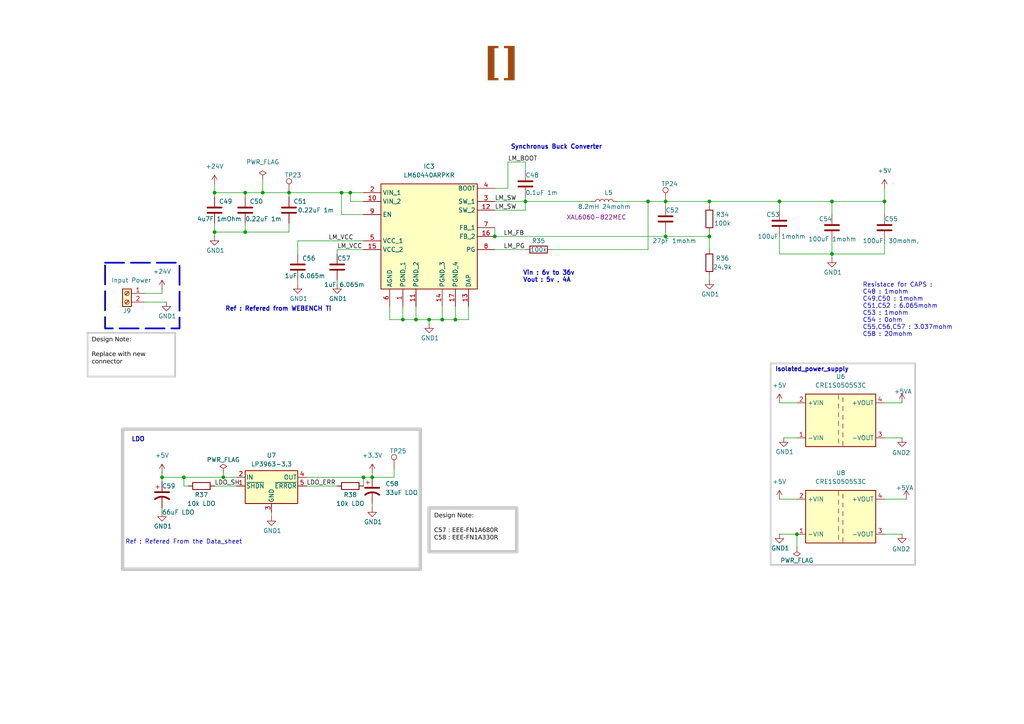
<source format=kicad_sch>
(kicad_sch (version 20231120) (generator "eeschema") (generator_version "8.0")
  (paper "A4")
  (title_block (title "Rapid-Core") (date "2024-09-09") (rev "1.0.1"))
  (lib_symbols
    (symbol "+24V_1" (power) (pin_numbers hide) (pin_names (offset 0) hide)
      (property "Value" "+24V" (at 0 3.556 0))
      (symbol "+24V_1_0_1"
        (polyline (pts (xy -0.762 1.27) (xy 0 2.54)))
        (polyline (pts (xy 0 0) (xy 0 2.54)))
        (polyline (pts (xy 0 2.54) (xy 0.762 1.27)))
      )
      (symbol "+24V_1_1_1"
        (pin power_in line (at 0 0 90) (length 0) (name "~") (number "1"))
      )
    )
    (symbol "+3.3V_1" (power) (pin_numbers hide) (pin_names (offset 0) hide)
      (property "Value" "+3.3V" (at 0 3.556 0))
      (symbol "+3.3V_1_0_1"
        (polyline (pts (xy -0.762 1.27) (xy 0 2.54)))
        (polyline (pts (xy 0 0) (xy 0 2.54)))
        (polyline (pts (xy 0 2.54) (xy 0.762 1.27)))
      )
      (symbol "+3.3V_1_1_1"
        (pin power_in line (at 0 0 90) (length 0) (name "~") (number "1"))
      )
    )
    (symbol "+5VA_1" (power) (pin_numbers hide) (pin_names (offset 0) hide)
      (property "Value" "+5VA" (at 0 3.556 0))
      (symbol "+5VA_1_0_1"
        (polyline (pts (xy -0.762 1.27) (xy 0 2.54)))
        (polyline (pts (xy 0 0) (xy 0 2.54)))
        (polyline (pts (xy 0 2.54) (xy 0.762 1.27)))
      )
      (symbol "+5VA_1_1_1"
        (pin power_in line (at 0 0 90) (length 0) (name "~") (number "1"))
      )
    )
    (symbol "+5VA_2" (power) (pin_numbers hide) (pin_names (offset 0) hide)
      (property "Value" "+5VA" (at 0 3.556 0))
      (symbol "+5VA_2_0_1"
        (polyline (pts (xy -0.762 1.27) (xy 0 2.54)))
        (polyline (pts (xy 0 0) (xy 0 2.54)))
        (polyline (pts (xy 0 2.54) (xy 0.762 1.27)))
      )
      (symbol "+5VA_2_1_1"
        (pin power_in line (at 0 0 90) (length 0) (name "~") (number "1"))
      )
    )
    (symbol "+5V_1" (power) (pin_numbers hide) (pin_names (offset 0) hide)
      (property "Value" "+5V" (at 0 3.556 0))
      (symbol "+5V_1_0_1"
        (polyline (pts (xy -0.762 1.27) (xy 0 2.54)))
        (polyline (pts (xy 0 0) (xy 0 2.54)))
        (polyline (pts (xy 0 2.54) (xy 0.762 1.27)))
      )
      (symbol "+5V_1_1_1"
        (pin power_in line (at 0 0 90) (length 0) (name "~") (number "1"))
      )
    )
    (symbol "Connector:Screw_Terminal_01x02" (pin_names (offset 1.016) hide)
      (property "Reference" "J" (at 0 2.54 0))
      (property "Value" "Screw_Terminal_01x02" (at 0 -5.08 0))
      (symbol "Screw_Terminal_01x02_1_1"
        (rectangle (start -1.27 1.27) (end 1.27 -3.81) (stroke (width 0.254)) (fill (type background)))
        (circle (center 0 -2.54) (radius 0.635) (stroke (width 0.1524)))
        (polyline (pts (xy -0.5334 -2.2098) (xy 0.3302 -3.048)) (stroke (width 0.1524)))
        (polyline (pts (xy -0.5334 0.3302) (xy 0.3302 -0.508)) (stroke (width 0.1524)))
        (polyline (pts (xy -0.3556 -2.032) (xy 0.508 -2.8702)) (stroke (width 0.1524)))
        (polyline (pts (xy -0.3556 0.508) (xy 0.508 -0.3302)) (stroke (width 0.1524)))
        (circle (center 0 0) (radius 0.635) (stroke (width 0.1524)))
        (pin passive line (at -5.08 0 0) (length 3.81) (name "Pin_1") (number "1"))
        (pin passive line (at -5.08 -2.54 0) (length 3.81) (name "Pin_2") (number "2"))
      )
    )
    (symbol "Connector:TestPoint" (pin_numbers hide) (pin_names (offset 0.762) hide)
      (property "Reference" "TP" (at 0 6.858 0))
      (property "Value" "TestPoint" (at 0 5.08 0))
      (symbol "TestPoint_0_1"
        (circle (center 0 3.302) (radius 0.762))
      )
      (symbol "TestPoint_1_1"
        (pin passive line (at 0 0 90) (length 2.54) (name "1") (number "1"))
      )
    )
    (symbol "Device:C" (pin_numbers hide) (pin_names (offset 0.254))
      (property "Reference" "C" (at 0.635 2.54 0))
      (property "Value" "C" (at 0.635 -2.54 0))
      (symbol "C_0_1"
        (polyline (pts (xy -2.032 -0.762) (xy 2.032 -0.762)) (stroke (width 0.508)))
        (polyline (pts (xy -2.032 0.762) (xy 2.032 0.762)) (stroke (width 0.508)))
      )
      (symbol "C_1_1"
        (pin passive line (at 0 3.81 270) (length 2.794) (name "~") (number "1"))
        (pin passive line (at 0 -3.81 90) (length 2.794) (name "~") (number "2"))
      )
    )
    (symbol "Device:C_Polarized_US" (pin_numbers hide) (pin_names (offset 0.254) hide)
      (property "Reference" "C" (at 0.635 2.54 0))
      (property "Value" "C_Polarized_US" (at 0.635 -2.54 0))
      (symbol "C_Polarized_US_0_1"
        (polyline (pts (xy -2.032 0.762) (xy 2.032 0.762)) (stroke (width 0.508)))
        (polyline (pts (xy -1.778 2.286) (xy -0.762 2.286)))
        (polyline (pts (xy -1.27 1.778) (xy -1.27 2.794)))
        (arc (start 2.032 -1.27) (mid 0 -0.5572) (end -2.032 -1.27) (stroke (width 0.508)))
      )
      (symbol "C_Polarized_US_1_1"
        (pin passive line (at 0 3.81 270) (length 2.794) (name "~") (number "1"))
        (pin passive line (at 0 -3.81 90) (length 3.302) (name "~") (number "2"))
      )
    )
    (symbol "Device:L" (pin_numbers hide) (pin_names (offset 1.016) hide)
      (property "Reference" "L" (at -1.27 0 90))
      (property "Value" "L" (at 1.905 0 90))
      (symbol "L_0_1"
        (arc (start 0 -2.54) (mid 0.6323 -1.905) (end 0 -1.27))
        (arc (start 0 -1.27) (mid 0.6323 -0.635) (end 0 0))
        (arc (start 0 0) (mid 0.6323 0.635) (end 0 1.27))
        (arc (start 0 1.27) (mid 0.6323 1.905) (end 0 2.54))
      )
      (symbol "L_1_1"
        (pin passive line (at 0 3.81 270) (length 1.27) (name "1") (number "1"))
        (pin passive line (at 0 -3.81 90) (length 1.27) (name "2") (number "2"))
      )
    )
    (symbol "Device:R" (pin_numbers hide) (pin_names (offset 0))
      (property "Reference" "R" (at 2.032 0 90))
      (property "Value" "R" (at 0 0 90))
      (symbol "R_0_1"
        (rectangle (start -1.016 -2.54) (end 1.016 2.54) (stroke (width 0.254)))
      )
      (symbol "R_1_1"
        (pin passive line (at 0 3.81 270) (length 1.27) (name "~") (number "1"))
        (pin passive line (at 0 -3.81 90) (length 1.27) (name "~") (number "2"))
      )
    )
    (symbol "GND1_1" (power) (pin_numbers hide) (pin_names (offset 0) hide)
      (property "Value" "GND1" (at 0 -3.81 0))
      (symbol "GND1_1_0_1"
        (polyline (pts (xy 0 0) (xy 0 -1.27) (xy 1.27 -1.27) (xy 0 -2.54) (xy -1.27 -1.27) (xy 0 -1.27)))
      )
      (symbol "GND1_1_1_1"
        (pin power_in line (at 0 0 270) (length 0) (name "~") (number "1"))
      )
    )
    (symbol "GND2_1" (power) (pin_numbers hide) (pin_names (offset 0) hide)
      (property "Value" "GND2" (at 0 -3.81 0))
      (symbol "GND2_1_0_1"
        (polyline (pts (xy 0 0) (xy 0 -1.27) (xy 1.27 -1.27) (xy 0 -2.54) (xy -1.27 -1.27) (xy 0 -1.27)))
      )
      (symbol "GND2_1_1_1"
        (pin power_in line (at 0 0 270) (length 0) (name "~") (number "1"))
      )
    )
    (symbol "LM60440ARPKR_Buck:LM60440ARPKR"
      (property "Reference" "IC" (at -13.97 17.78 0))
      (property "Value" "LM60440ARPKR" (at -6.35 17.78 0))
      (symbol "LM60440ARPKR_1_1"
        (rectangle (start -13.97 15.24) (end 13.97 -15.24) (stroke (width 0.254)) (fill (type background)))
        (pin passive line (at -7.62 -20.32 90) (length 5.08) (name "PGND_1") (number "1"))
        (pin passive line (at -19.05 10.16 0) (length 5.08) (name "VIN_2") (number "10"))
        (pin passive line (at -3.81 -20.32 90) (length 5.08) (name "PGND_2") (number "11"))
        (pin passive line (at 19.05 7.62 180) (length 5.08) (name "SW_2") (number "12"))
        (pin passive line (at 11.43 -20.32 90) (length 5.08) (name "DAP") (number "13"))
        (pin passive line (at 3.81 -20.32 90) (length 5.08) (name "PGND_3") (number "14"))
        (pin passive line (at -19.05 -3.81 0) (length 5.08) (name "VCC_2") (number "15"))
        (pin passive line (at 19.05 0 180) (length 5.08) (name "FB_2") (number "16"))
        (pin passive line (at 7.62 -20.32 90) (length 5.08) (name "PGND_4") (number "17"))
        (pin passive line (at -19.05 12.7 0) (length 5.08) (name "VIN_1") (number "2"))
        (pin passive line (at 19.05 10.16 180) (length 5.08) (name "SW_1") (number "3"))
        (pin passive line (at 19.05 13.97 180) (length 5.08) (name "BOOT") (number "4"))
        (pin passive line (at -19.05 -1.27 0) (length 5.08) (name "VCC_1") (number "5"))
        (pin passive line (at -11.43 -20.32 90) (length 5.08) (name "AGND") (number "6"))
        (pin passive line (at 19.05 2.54 180) (length 5.08) (name "FB_1") (number "7"))
        (pin passive line (at 19.05 -3.81 180) (length 5.08) (name "PG") (number "8"))
        (pin passive line (at -19.05 6.35 0) (length 5.08) (name "EN") (number "9"))
      )
    )
    (symbol "PWR_FLAG_1" (power) (pin_numbers hide) (pin_names (offset 0) hide)
      (property "Value" "PWR_FLAG" (at 0 3.81 0))
      (symbol "PWR_FLAG_1_0_0"
        (pin power_out line (at 0 0 90) (length 0) (name "~") (number "1"))
      )
      (symbol "PWR_FLAG_1_0_1"
        (polyline (pts (xy 0 0) (xy 0 1.27) (xy -1.016 1.905) (xy 0 2.54) (xy 1.016 1.905) (xy 0 1.27)))
      )
    )
    (symbol "Regulator_Linear:LP3963-3.3" (pin_names (offset 0.254))
      (property "Reference" "U" (at -6.35 5.715 0))
      (property "Value" "LP3963-3.3" (at 0 5.715 0))
      (symbol "LP3963-3.3_0_1"
        (rectangle (start -7.62 -5.08) (end 7.62 4.445) (stroke (width 0.254)) (fill (type background)))
      )
      (symbol "LP3963-3.3_1_1"
        (pin input line (at -10.16 0 0) (length 2.54) (name "~{SHDN}") (number "1"))
        (pin power_in line (at -10.16 2.54 0) (length 2.54) (name "IN") (number "2"))
        (pin power_in line (at 0 -7.62 90) (length 2.54) (name "GND") (number "3"))
        (pin power_out line (at 10.16 2.54 180) (length 2.54) (name "OUT") (number "4"))
        (pin output line (at 10.16 0 180) (length 2.54) (name "~{ERROR}") (number "5"))
      )
    )
    (symbol "Regulator_Switching:CRE1S0505S3C"
      (property "Reference" "U" (at -8.89 8.89 0))
      (property "Value" "CRE1S0505S3C" (at 2.54 8.89 0))
      (symbol "CRE1S0505S3C_0_1"
        (rectangle (start -10.16 7.62) (end 10.16 -7.62) (stroke (width 0.254)) (fill (type background)))
        (polyline (pts (xy -0.635 -5.334) (xy -0.635 -6.604)))
        (polyline (pts (xy -0.635 -2.794) (xy -0.635 -4.064)))
        (polyline (pts (xy -0.635 -0.254) (xy -0.635 -1.524)))
        (polyline (pts (xy -0.635 2.286) (xy -0.635 1.016)))
        (polyline (pts (xy -0.635 4.826) (xy -0.635 3.556)))
        (polyline (pts (xy -0.635 7.366) (xy -0.635 6.096)))
        (polyline (pts (xy 0.635 -7.366) (xy 0.635 -6.096)))
        (polyline (pts (xy 0.635 -4.826) (xy 0.635 -3.556)))
        (polyline (pts (xy 0.635 -2.286) (xy 0.635 -1.016)))
        (polyline (pts (xy 0.635 0.254) (xy 0.635 1.524)))
        (polyline (pts (xy 0.635 2.794) (xy 0.635 4.064)))
        (polyline (pts (xy 0.635 5.334) (xy 0.635 6.604)))
      )
      (symbol "CRE1S0505S3C_1_1"
        (pin power_in line (at -12.7 -5.08 0) (length 2.54) (name "-VIN") (number "1"))
        (pin power_in line (at -12.7 5.08 0) (length 2.54) (name "+VIN") (number "2"))
        (pin power_out line (at 12.7 -5.08 180) (length 2.54) (name "-VOUT") (number "3"))
        (pin power_out line (at 12.7 5.08 180) (length 2.54) (name "+VOUT") (number "4"))
      )
    )
  )
  (junction (at 132.08 92.71))
  (junction (at 193.04 58.42))
  (junction (at 187.96 58.42))
  (junction (at 99.06 55.88))
  (junction (at 62.23 67.31))
  (junction (at 205.74 58.42))
  (junction (at 128.27 92.71))
  (junction (at 53.34 138.43))
  (junction (at 193.04 68.58))
  (junction (at 241.3 58.42))
  (junction (at 107.95 138.43))
  (junction (at 120.65 92.71))
  (junction (at 76.2 55.88))
  (junction (at 231.14 154.94))
  (junction (at 71.12 55.88))
  (junction (at 105.41 138.43))
  (junction (at 101.6 55.88))
  (junction (at 71.12 67.31))
  (junction (at 83.82 55.88))
  (junction (at 116.84 92.71))
  (junction (at 226.06 58.42))
  (junction (at 124.46 92.71))
  (junction (at 241.3 73.66))
  (junction (at 152.4 58.42))
  (junction (at 46.99 138.43))
  (junction (at 205.74 68.58))
  (junction (at 143.51 68.58))
  (junction (at 62.23 55.88))
  (junction (at 64.77 138.43))
  (junction (at 256.54 58.42))
  (wire (pts (xy 143.51 54.61) (xy 147.32 54.61)))
  (wire (pts (xy 76.2 52.07) (xy 76.2 55.88)))
  (wire (pts (xy 53.34 138.43) (xy 64.77 138.43)))
  (wire (pts (xy 241.3 62.23) (xy 241.3 58.42)))
  (wire (pts (xy 62.23 67.31) (xy 71.12 67.31)))
  (wire (pts (xy 241.3 58.42) (xy 256.54 58.42)))
  (wire (pts (xy 187.96 58.42) (xy 193.04 58.42)))
  (wire (pts (xy 160.02 72.39) (xy 187.96 72.39)))
  (wire (pts (xy 226.06 73.66) (xy 241.3 73.66)))
  (wire (pts (xy 78.74 149.86) (xy 78.74 148.59)))
  (wire (pts (xy 113.03 88.9) (xy 113.03 92.71)))
  (wire (pts (xy 205.74 58.42) (xy 205.74 59.69)))
  (wire (pts (xy 256.54 62.23) (xy 256.54 58.42)))
  (wire (pts (xy 128.27 92.71) (xy 132.08 92.71)))
  (wire (pts (xy 143.51 68.58) (xy 193.04 68.58)))
  (wire (pts (xy 46.99 148.59) (xy 46.99 147.32)))
  (wire (pts (xy 143.51 66.04) (xy 143.51 68.58)))
  (wire (pts (xy 71.12 55.88) (xy 76.2 55.88)))
  (wire (pts (xy 116.84 88.9) (xy 116.84 92.71)))
  (wire (pts (xy 64.77 137.16) (xy 64.77 138.43)))
  (wire (pts (xy 205.74 58.42) (xy 193.04 58.42)))
  (wire (pts (xy 152.4 72.39) (xy 143.51 72.39)))
  (wire (pts (xy 71.12 64.77) (xy 71.12 67.31)))
  (wire (pts (xy 147.32 54.61) (xy 147.32 46.99)))
  (wire (pts (xy 256.54 73.66) (xy 256.54 69.85)))
  (wire (pts (xy 120.65 92.71) (xy 124.46 92.71)))
  (wire (pts (xy 193.04 68.58) (xy 193.04 67.31)))
  (wire (pts (xy 105.41 62.23) (xy 99.06 62.23)))
  (wire (pts (xy 152.4 60.96) (xy 152.4 58.42)))
  (wire (pts (xy 105.41 138.43) (xy 107.95 138.43)))
  (wire (pts (xy 205.74 68.58) (xy 205.74 72.39)))
  (wire (pts (xy 41.91 85.09) (xy 46.99 85.09)))
  (wire (pts (xy 62.23 64.77) (xy 62.23 67.31)))
  (wire (pts (xy 88.9 138.43) (xy 105.41 138.43)))
  (wire (pts (xy 128.27 88.9) (xy 128.27 92.71)))
  (wire (pts (xy 86.36 69.85) (xy 105.41 69.85)))
  (wire (pts (xy 132.08 92.71) (xy 135.89 92.71)))
  (wire (pts (xy 132.08 88.9) (xy 132.08 92.71)))
  (wire (pts (xy 46.99 139.7) (xy 46.99 138.43)))
  (wire (pts (xy 97.79 73.66) (xy 97.79 72.39)))
  (wire (pts (xy 256.54 116.84) (xy 261.62 116.84)))
  (wire (pts (xy 205.74 58.42) (xy 226.06 58.42)))
  (wire (pts (xy 116.84 92.71) (xy 120.65 92.71)))
  (wire (pts (xy 124.46 92.71) (xy 128.27 92.71)))
  (wire (pts (xy 226.06 58.42) (xy 226.06 60.96)))
  (wire (pts (xy 64.77 138.43) (xy 68.58 138.43)))
  (wire (pts (xy 205.74 68.58) (xy 193.04 68.58)))
  (wire (pts (xy 256.54 154.94) (xy 261.62 154.94)))
  (wire (pts (xy 256.54 127) (xy 261.62 127)))
  (wire (pts (xy 227.33 127) (xy 231.14 127)))
  (wire (pts (xy 187.96 72.39) (xy 187.96 58.42)))
  (wire (pts (xy 62.23 55.88) (xy 62.23 53.34)))
  (wire (pts (xy 241.3 73.66) (xy 241.3 74.93)))
  (wire (pts (xy 114.3 135.89) (xy 114.3 138.43)))
  (wire (pts (xy 62.23 68.58) (xy 62.23 67.31)))
  (wire (pts (xy 114.3 138.43) (xy 107.95 138.43)))
  (wire (pts (xy 86.36 82.55) (xy 86.36 81.28)))
  (wire (pts (xy 120.65 88.9) (xy 120.65 92.71)))
  (wire (pts (xy 88.9 140.97) (xy 97.79 140.97)))
  (wire (pts (xy 105.41 140.97) (xy 105.41 138.43)))
  (wire (pts (xy 241.3 69.85) (xy 241.3 73.66)))
  (wire (pts (xy 86.36 73.66) (xy 86.36 69.85)))
  (wire (pts (xy 83.82 67.31) (xy 83.82 64.77)))
  (wire (pts (xy 97.79 72.39) (xy 105.41 72.39)))
  (wire (pts (xy 62.23 55.88) (xy 71.12 55.88)))
  (wire (pts (xy 256.54 144.78) (xy 262.89 144.78)))
  (wire (pts (xy 226.06 58.42) (xy 241.3 58.42)))
  (wire (pts (xy 99.06 62.23) (xy 99.06 55.88)))
  (wire (pts (xy 152.4 57.15) (xy 152.4 58.42)))
  (wire (pts (xy 231.14 154.94) (xy 231.14 158.75)))
  (wire (pts (xy 143.51 58.42) (xy 152.4 58.42)))
  (wire (pts (xy 226.06 154.94) (xy 231.14 154.94)))
  (wire (pts (xy 152.4 46.99) (xy 152.4 49.53)))
  (wire (pts (xy 62.23 140.97) (xy 68.58 140.97)))
  (wire (pts (xy 83.82 55.88) (xy 99.06 55.88)))
  (wire (pts (xy 226.06 116.84) (xy 231.14 116.84)))
  (wire (pts (xy 147.32 46.99) (xy 152.4 46.99)))
  (wire (pts (xy 76.2 55.88) (xy 83.82 55.88)))
  (wire (pts (xy 71.12 57.15) (xy 71.12 55.88)))
  (wire (pts (xy 97.79 82.55) (xy 97.79 81.28)))
  (wire (pts (xy 71.12 67.31) (xy 83.82 67.31)))
  (wire (pts (xy 226.06 73.66) (xy 226.06 68.58)))
  (wire (pts (xy 113.03 92.71) (xy 116.84 92.71)))
  (wire (pts (xy 101.6 55.88) (xy 105.41 55.88)))
  (wire (pts (xy 107.95 137.16) (xy 107.95 138.43)))
  (wire (pts (xy 107.95 147.32) (xy 107.95 146.05)))
  (wire (pts (xy 135.89 92.71) (xy 135.89 88.9)))
  (wire (pts (xy 179.07 58.42) (xy 187.96 58.42)))
  (wire (pts (xy 46.99 137.16) (xy 46.99 138.43)))
  (wire (pts (xy 62.23 57.15) (xy 62.23 55.88)))
  (wire (pts (xy 205.74 81.28) (xy 205.74 80.01)))
  (wire (pts (xy 101.6 58.42) (xy 101.6 55.88)))
  (wire (pts (xy 256.54 54.61) (xy 256.54 58.42)))
  (wire (pts (xy 46.99 85.09) (xy 46.99 83.82)))
  (wire (pts (xy 105.41 58.42) (xy 101.6 58.42)))
  (wire (pts (xy 41.91 87.63) (xy 48.26 87.63)))
  (wire (pts (xy 193.04 59.69) (xy 193.04 58.42)))
  (wire (pts (xy 53.34 140.97) (xy 53.34 138.43)))
  (wire (pts (xy 205.74 67.31) (xy 205.74 68.58)))
  (wire (pts (xy 83.82 57.15) (xy 83.82 55.88)))
  (wire (pts (xy 54.61 140.97) (xy 53.34 140.97)))
  (wire (pts (xy 226.06 144.78) (xy 231.14 144.78)))
  (wire (pts (xy 46.99 138.43) (xy 53.34 138.43)))
  (wire (pts (xy 143.51 60.96) (xy 152.4 60.96)))
  (wire (pts (xy 99.06 55.88) (xy 101.6 55.88)))
  (wire (pts (xy 124.46 92.71) (xy 124.46 93.98)))
  (wire (pts (xy 241.3 73.66) (xy 256.54 73.66)))
  (wire (pts (xy 152.4 58.42) (xy 171.45 58.42)))
  (rectangle (start 223.52 105.41) (end 265.43 163.83) (stroke (width 0.5) (color 200 200 200 1)))
  (rectangle (start 35.56 124.46) (end 121.92 165.1) (stroke (width 1) (color 200 200 200 1)))
  (rectangle (start 30.48 76.2) (end 52.07 95.25) (stroke (width 0.5) (type dash)))
  (rectangle (start 259.08 53.34) (end 259.08 53.34))
  (text_box "Design Note: \n\nReplace with new connector \n" (at 25.4 96.52 0) (size 25.4 12.7) (stroke (width 0.5) (color 200 200 200 1)) (effects (font (size 1.27 1.27)) (justify left top)))
  (text_box "Design Note: \n\nC57 : EEE-FN1A680R\nC58 : EEE-FN1A330R" (at 124.46 147.32 0) (size 25.4 12.7) (stroke (width 1) (color 200 200 200 1)) (effects (font (size 1.27 1.27)) (justify left top)))
  (text "[${#}] ${SHEETNAME}" (at 147.32 20.828 0) (effects (font (size 8 8) (thickness 0.254) (bold yes))))
  (text "Synchronus Buck Converter" (at 148.082 43.434 0) (effects (font (size 1.27 1.27) (thickness 0.254) (bold yes)) (justify left bottom)))
  (text "LDO\n" (at 38.1 128.27 0) (effects (font (size 1.27 1.27) (thickness 0.254) (bold yes)) (justify left bottom)))
  (text "Ref : Refered From the Data_sheet" (at 36.322 157.988 0) (effects (font (size 1.27 1.27)) (justify left bottom)))
  (text "Ref : Refered from WEBENCH Ti" (at 65.278 90.424 0) (effects (font (size 1.27 1.27) (bold yes)) (justify left bottom)))
  (text "Isolated_power_supply\n" (at 224.79 107.95 0) (effects (font (size 1.27 1.27) (thickness 0.254) (bold yes)) (justify left bottom)))
  (text "Resistace for CAPS :\nC48 : 1mohm\nC49,C50 : 1mohm\nC51,C52 : 6.065mohm\nC53 : 1mohm\nC54 : 0ohm\nC55,C56,C57 : 3.037mohm\nC58 : 20mohm\n\n" (at 250.19 99.822 0) (effects (font (size 1.27 1.27)) (justify left bottom)))
  (text "Vin : 6v to 36v\nVout : 5v , 4A    \n" (at 151.638 82.042 0) (effects (font (size 1.27 1.27) (bold yes)) (justify left bottom)))
  (label "LM_SW" (at 143.51 58.42 0))
  (label "LM_PG" (at 146.05 72.39 0))
  (label "LM_BOOT" (at 147.32 46.99 0))
  (label "LDO_ERR" (at 88.9 140.97 0))
  (label "LM_VCC" (at 97.79 72.39 0))
  (label "LM_SW" (at 143.51 60.96 0))
  (label "LM_VCC" (at 95.25 69.85 0))
  (label "LDO_SH" (at 62.23 140.97 0))
  (label "LM_FB" (at 146.05 68.58 0))
  (symbol (lib_name "+5V_1") (lib_id "power:+5V") (at 256.54 54.61 0) (unit 1)
    (property "Reference" "#PWR074" (effects (hide yes)))
    (property "Value" "+5V" (at 256.54 49.53 0))
    (property "Description" "Power symbol creates a global label with name \"+5V\"" (effects (hide yes)))
  )
  (symbol (lib_name "+5VA_1") (lib_id "power:+5VA") (at 261.62 116.84 0) (unit 1)
    (property "Reference" "#PWR084" (effects (hide yes)))
    (property "Value" "+5VA" (at 261.874 113.538 0))
    (property "Description" "Power symbol creates a global label with name \"+5VA\"" (effects (hide yes)))
  )
  (symbol (lib_name "GND1_1") (lib_id "power:GND1") (at 227.33 127 0) (unit 1)
    (property "Reference" "#PWR085" (effects (hide yes)))
    (property "Value" "GND1" (at 227.584 131.064 0))
    (property "Description" "Power symbol creates a global label with name \"GND1\" , ground" (effects (hide yes)))
  )
  (symbol (lib_id "Device:C") (at 152.4 53.34 0) (unit 1)
    (property "Reference" "C48" (at 152.4 50.8 0) (effects (justify left)))
    (property "Value" "0.1uF 1m" (at 152.4 55.88 0) (effects (justify left)))
    (property "Footprint" "Capacitor_SMD:C_0603_1608Metric_Pad1.08x0.95mm_HandSolder" (effects (hide yes)))
  )
  (symbol (lib_name "GND1_1") (lib_id "power:GND1") (at 226.06 154.94 0) (unit 1)
    (property "Reference" "#PWR094" (effects (hide yes)))
    (property "Value" "GND1" (at 226.314 159.004 0))
    (property "Description" "Power symbol creates a global label with name \"GND1\" , ground" (effects (hide yes)))
  )
  (symbol (lib_name "+24V_1") (lib_id "power:+24V") (at 46.99 83.82 0) (unit 1)
    (property "Reference" "#PWR080" (effects (hide yes)))
    (property "Value" "+24V" (at 46.99 78.74 0))
    (property "Description" "Power symbol creates a global label with name \"+24V\"" (effects (hide yes)))
  )
  (symbol (lib_name "GND1_1") (lib_id "power:GND1") (at 78.74 149.86 0) (unit 1)
    (property "Reference" "#PWR093" (effects (hide yes)))
    (property "Value" "GND1" (at 78.994 153.924 0))
    (property "Description" "Power symbol creates a global label with name \"GND1\" , ground" (effects (hide yes)))
  )
  (symbol (lib_id "Device:L") (at 175.26 58.42 90) (unit 1)
    (property "Reference" "L5" (at 176.53 55.88 90))
    (property "Value" "8.2mH 24mohm" (at 175.26 59.944 90))
    (property "Footprint" "Inductor_SMD:L_Coilcraft_XAL6060-XXX" (effects (hide yes)))
    (property "Description" "Inductor" (effects (hide yes)))
    (property "MANUFACTURER PART NO " "XAL6060-822MEC" (at 172.974 62.992 90))
  )
  (symbol (lib_id "Connector:Screw_Terminal_01x02") (at 36.83 85.09 0) (mirror y) (unit 1)
    (property "Reference" "J9" (at 36.83 90.17 0))
    (property "Value" "Input Power" (at 38.1 81.28 0))
    (property "Footprint" "TerminalBlock_Phoenix:TerminalBlock_Phoenix_MKDS-1,5-2_1x02_P5.00mm_Horizontal" (effects (hide yes)))
  )
  (symbol (lib_name "GND2_1") (lib_id "power:GND2") (at 261.62 127 0) (unit 1)
    (property "Reference" "#PWR086" (effects (hide yes)))
    (property "Value" "GND2" (at 261.366 131.318 0))
    (property "Description" "Power symbol creates a global label with name \"GND2\" , ground" (effects (hide yes)))
  )
  (symbol (lib_name "+5VA_2") (lib_id "power:+5VA") (at 262.89 144.78 0) (unit 1)
    (property "Reference" "#PWR090" (effects (hide yes)))
    (property "Value" "+5VA" (at 262.382 141.478 0))
    (property "Description" "Power symbol creates a global label with name \"+5VA\"" (effects (hide yes)))
  )
  (symbol (lib_id "Device:C") (at 241.3 66.04 0) (unit 1)
    (property "Reference" "C54" (at 237.49 63.5 0) (effects (justify left)))
    (property "Value" "100uF 1mohm" (at 234.442 69.342 0) (effects (justify left)))
    (property "Footprint" "Capacitor_SMD:C_0805_2012Metric_Pad1.18x1.45mm_HandSolder" (effects (hide yes)))
  )
  (symbol (lib_name "+5V_1") (lib_id "power:+5V") (at 226.06 116.84 0) (unit 1)
    (property "Reference" "#PWR083" (effects (hide yes)))
    (property "Value" "+5V" (at 226.06 111.76 0))
    (property "Description" "Power symbol creates a global label with name \"+5V\"" (effects (hide yes)))
  )
  (symbol (lib_id "Connector:TestPoint") (at 114.3 135.89 0) (unit 1)
    (property "Reference" "TP25" (at 113.03 130.81 0) (effects (justify left)))
    (property "Value" "TestPoint" (effects (hide yes)))
    (property "Footprint" "TestPoint:TestPoint_Pad_D1.0mm" (effects (hide yes)))
  )
  (symbol (lib_name "GND1_1") (lib_id "power:GND1") (at 107.95 147.32 0) (unit 1)
    (property "Reference" "#PWR091" (effects (hide yes)))
    (property "Value" "GND1" (at 108.204 151.384 0))
    (property "Description" "Power symbol creates a global label with name \"GND1\" , ground" (effects (hide yes)))
  )
  (symbol (lib_name "+3.3V_1") (lib_id "power:+3.3V") (at 107.95 137.16 0) (unit 1)
    (property "Reference" "#PWR088" (effects (hide yes)))
    (property "Value" "+3.3V" (at 107.95 132.08 0))
    (property "Description" "Power symbol creates a global label with name \"+3.3V\"" (effects (hide yes)))
  )
  (symbol (lib_id "Device:C") (at 256.54 66.04 0) (unit 1)
    (property "Reference" "C55" (at 256.54 63.5 0) (effects (justify left)))
    (property "Value" "100uF, 30mohm," (at 250.19 69.85 0) (effects (justify left)))
    (property "Footprint" "Capacitor_SMD:C_0805_2012Metric_Pad1.18x1.45mm_HandSolder" (effects (hide yes)))
  )
  (symbol (lib_id "Regulator_Switching:CRE1S0505S3C") (at 243.84 121.92 0) (unit 1)
    (property "Reference" "U6" (at 243.84 109.22 0))
    (property "Value" "CRE1S0505S3C" (at 243.84 111.76 0))
    (property "Footprint" "Converter_DCDC:Converter_DCDC_Murata_CRE1xxxxxx3C_THT" (effects (hide yes)))
    (property "Datasheet" "http://power.murata.com/datasheet?/data/power/ncl/kdc_cre1.pdf" (effects (hide yes)))
  )
  (symbol (lib_name "GND1_1") (lib_id "power:GND1") (at 86.36 82.55 0) (unit 1)
    (property "Reference" "#PWR078" (effects (hide yes)))
    (property "Value" "GND1" (at 86.614 86.614 0))
    (property "Description" "Power symbol creates a global label with name \"GND1\" , ground" (effects (hide yes)))
  )
  (symbol (lib_id "Device:C") (at 71.12 60.96 0) (unit 1)
    (property "Reference" "C50" (at 72.39 58.42 0) (effects (justify left)))
    (property "Value" "0.22uF 1m" (at 71.12 63.5 0) (effects (justify left)))
    (property "Footprint" "Capacitor_SMD:C_0603_1608Metric_Pad1.08x0.95mm_HandSolder" (effects (hide yes)))
  )
  (symbol (lib_id "Device:C") (at 83.82 60.96 0) (unit 1)
    (property "Reference" "C51" (at 85.09 58.42 0) (effects (justify left)))
    (property "Value" "0.22uF 1m" (at 86.36 60.96 0) (effects (justify left)))
    (property "Footprint" "Capacitor_SMD:C_0603_1608Metric_Pad1.08x0.95mm_HandSolder" (effects (hide yes)))
  )
  (symbol (lib_id "Device:R") (at 58.42 140.97 90) (unit 1)
    (property "Reference" "R37" (at 58.42 143.51 90))
    (property "Value" "10k LDO" (at 58.42 146.05 90))
    (property "Footprint" "Resistor_SMD:R_0805_2012Metric_Pad1.20x1.40mm_HandSolder" (effects (hide yes)))
  )
  (symbol (lib_name "+5V_1") (lib_id "power:+5V") (at 226.06 144.78 0) (unit 1)
    (property "Reference" "#PWR089" (effects (hide yes)))
    (property "Value" "+5V" (at 226.06 139.7 0))
    (property "Description" "Power symbol creates a global label with name \"+5V\"" (effects (hide yes)))
  )
  (symbol (lib_name "GND1_1") (lib_id "power:GND1") (at 46.99 148.59 0) (unit 1)
    (property "Reference" "#PWR092" (effects (hide yes)))
    (property "Value" "GND1" (at 47.244 152.654 0))
    (property "Description" "Power symbol creates a global label with name \"GND1\" , ground" (effects (hide yes)))
  )
  (symbol (lib_id "Device:C") (at 97.79 77.47 0) (unit 1)
    (property "Reference" "C57" (at 97.79 74.93 0) (effects (justify left)))
    (property "Value" "1uF 6.065m" (at 93.98 82.55 0) (effects (justify left)))
    (property "Footprint" "Capacitor_SMD:C_0603_1608Metric_Pad1.08x0.95mm_HandSolder" (effects (hide yes)))
  )
  (symbol (lib_name "GND1_1") (lib_id "power:GND1") (at 241.3 74.93 0) (unit 1)
    (property "Reference" "#PWR076" (effects (hide yes)))
    (property "Value" "GND1" (at 241.554 78.994 0))
    (property "Description" "Power symbol creates a global label with name \"GND1\" , ground" (effects (hide yes)))
  )
  (symbol (lib_name "PWR_FLAG_1") (lib_id "power:PWR_FLAG") (at 64.77 137.16 0) (unit 1)
    (property "Reference" "#FLG02" (effects (hide yes)))
    (property "Value" "PWR_FLAG" (at 64.77 133.35 0))
    (property "Description" "Special symbol for telling ERC where power comes from" (effects (hide yes)))
  )
  (symbol (lib_id "Regulator_Switching:CRE1S0505S3C") (at 243.84 149.86 0) (unit 1)
    (property "Reference" "U8" (at 243.84 137.16 0))
    (property "Value" "CRE1S0505S3C" (at 243.84 139.7 0))
    (property "Footprint" "Converter_DCDC:Converter_DCDC_Murata_CRE1xxxxxx3C_THT" (effects (hide yes)))
    (property "Datasheet" "http://power.murata.com/datasheet?/data/power/ncl/kdc_cre1.pdf" (effects (hide yes)))
  )
  (symbol (lib_id "Device:C_Polarized_US") (at 46.99 143.51 0) (unit 1)
    (property "Reference" "C59" (at 46.99 140.97 0) (effects (justify left)))
    (property "Value" "66uF LDO" (at 46.99 148.59 0) (effects (justify left)))
    (property "Footprint" "Capacitor_SMD:CP_Elec_5x5.8" (effects (hide yes)))
  )
  (symbol (lib_id "Device:C") (at 193.04 63.5 0) (unit 1)
    (property "Reference" "C52" (at 193.04 60.96 0) (effects (justify left)))
    (property "Value" "27pF 1mohm" (at 189.23 69.85 0) (effects (justify left)))
    (property "Footprint" "Capacitor_SMD:C_0805_2012Metric_Pad1.18x1.45mm_HandSolder" (effects (hide yes)))
  )
  (symbol (lib_name "GND2_1") (lib_id "power:GND2") (at 261.62 154.94 0) (unit 1)
    (property "Reference" "#PWR095" (effects (hide yes)))
    (property "Value" "GND2" (at 261.366 159.258 0))
    (property "Description" "Power symbol creates a global label with name \"GND2\" , ground" (effects (hide yes)))
  )
  (symbol (lib_name "+5V_1") (lib_id "power:+5V") (at 46.99 137.16 0) (unit 1)
    (property "Reference" "#PWR087" (effects (hide yes)))
    (property "Value" "+5V" (at 46.99 132.08 0))
    (property "Description" "Power symbol creates a global label with name \"+5V\"" (effects (hide yes)))
  )
  (symbol (lib_id "Device:C") (at 62.23 60.96 0) (unit 1)
    (property "Reference" "C49" (at 63.5 58.42 0) (effects (justify left)))
    (property "Value" "4u7F 1mOhm" (at 57.15 63.5 0) (effects (justify left)))
    (property "Footprint" "Capacitor_SMD:C_0805_2012Metric_Pad1.18x1.45mm_HandSolder" (effects (hide yes)))
  )
  (symbol (lib_name "PWR_FLAG_1") (lib_id "power:PWR_FLAG") (at 231.14 158.75 180) (unit 1)
    (property "Reference" "#FLG03" (effects (hide yes)))
    (property "Value" "PWR_FLAG" (at 231.14 162.56 0))
    (property "Description" "Special symbol for telling ERC where power comes from" (effects (hide yes)))
  )
  (symbol (lib_name "GND1_1") (lib_id "power:GND1") (at 48.26 87.63 0) (unit 1)
    (property "Reference" "#PWR081" (effects (hide yes)))
    (property "Value" "GND1" (at 48.514 91.694 0))
    (property "Description" "Power symbol creates a global label with name \"GND1\" , ground" (effects (hide yes)))
  )
  (symbol (lib_name "+24V_1") (lib_id "power:+24V") (at 62.23 53.34 0) (unit 1)
    (property "Reference" "#PWR073" (effects (hide yes)))
    (property "Value" "+24V" (at 62.23 48.26 0))
    (property "Description" "Power symbol creates a global label with name \"+24V\"" (effects (hide yes)))
  )
  (symbol (lib_id "Device:R") (at 205.74 76.2 180) (unit 1)
    (property "Reference" "R36" (at 209.55 74.93 0))
    (property "Value" "24.9k" (at 209.55 77.47 0))
    (property "Footprint" "Resistor_SMD:R_0805_2012Metric_Pad1.20x1.40mm_HandSolder" (effects (hide yes)))
  )
  (symbol (lib_id "Device:R") (at 205.74 63.5 180) (unit 1)
    (property "Reference" "R34" (at 209.55 62.23 0))
    (property "Value" "100k" (at 209.55 64.77 0))
    (property "Footprint" "Resistor_SMD:R_0805_2012Metric_Pad1.20x1.40mm_HandSolder" (effects (hide yes)))
  )
  (symbol (lib_name "GND1_1") (lib_id "power:GND1") (at 124.46 93.98 0) (unit 1)
    (property "Reference" "#PWR082" (effects (hide yes)))
    (property "Value" "GND1" (at 124.714 98.044 0))
    (property "Description" "Power symbol creates a global label with name \"GND1\" , ground" (effects (hide yes)))
  )
  (symbol (lib_name "GND1_1") (lib_id "power:GND1") (at 62.23 68.58 0) (unit 1)
    (property "Reference" "#PWR075" (effects (hide yes)))
    (property "Value" "GND1" (at 62.484 72.644 0))
    (property "Description" "Power symbol creates a global label with name \"GND1\" , ground" (effects (hide yes)))
  )
  (symbol (lib_id "Device:C_Polarized_US") (at 107.95 142.24 0) (unit 1)
    (property "Reference" "C58" (at 111.76 140.335 0) (effects (justify left)))
    (property "Value" "33uF LDO" (at 111.76 142.875 0) (effects (justify left)))
    (property "Footprint" "Capacitor_SMD:CP_Elec_4x5.8" (effects (hide yes)))
  )
  (symbol (lib_name "GND1_1") (lib_id "power:GND1") (at 205.74 81.28 0) (unit 1)
    (property "Reference" "#PWR077" (effects (hide yes)))
    (property "Value" "GND1" (at 205.994 85.344 0))
    (property "Description" "Power symbol creates a global label with name \"GND1\" , ground" (effects (hide yes)))
  )
  (symbol (lib_id "Connector:TestPoint") (at 83.82 55.88 0) (unit 1)
    (property "Reference" "TP23" (at 82.55 50.8 0) (effects (justify left)))
    (property "Value" "TestPoint" (effects (hide yes)))
    (property "Footprint" "TestPoint:TestPoint_Pad_D1.0mm" (effects (hide yes)))
  )
  (symbol (lib_id "Device:R") (at 101.6 140.97 90) (unit 1)
    (property "Reference" "R38" (at 101.6 143.51 90))
    (property "Value" "10k LDO" (at 101.6 146.05 90))
    (property "Footprint" "Resistor_SMD:R_0805_2012Metric_Pad1.20x1.40mm_HandSolder" (effects (hide yes)))
  )
  (symbol (lib_id "Regulator_Linear:LP3963-3.3") (at 78.74 140.97 0) (unit 1)
    (property "Reference" "U7" (at 78.74 132.08 0))
    (property "Value" "LP3963-3.3" (at 78.74 134.62 0))
    (property "Footprint" "Package_TO_SOT_SMD:TO-263-5_TabPin3" (effects (hide yes)))
    (property "Datasheet" "http://www.ti.com/lit/ds/symlink/lp3966.pdf" (effects (hide yes)))
  )
  (symbol (lib_name "PWR_FLAG_1") (lib_id "power:PWR_FLAG") (at 76.2 52.07 0) (unit 1)
    (property "Reference" "#FLG01" (effects (hide yes)))
    (property "Value" "PWR_FLAG" (at 76.2 46.99 0))
    (property "Description" "Special symbol for telling ERC where power comes from" (effects (hide yes)))
  )
  (symbol (lib_id "Device:C") (at 226.06 64.77 0) (unit 1)
    (property "Reference" "C53" (at 222.25 62.23 0) (effects (justify left)))
    (property "Value" "100uF 1mohm" (at 219.71 68.58 0) (effects (justify left)))
    (property "Footprint" "Capacitor_SMD:C_0805_2012Metric_Pad1.18x1.45mm_HandSolder" (effects (hide yes)))
  )
  (symbol (lib_id "Device:R") (at 156.21 72.39 90) (unit 1)
    (property "Reference" "R35" (at 156.21 69.85 90))
    (property "Value" "100k" (at 156.21 72.39 90))
    (property "Footprint" "Resistor_SMD:R_0805_2012Metric_Pad1.20x1.40mm_HandSolder" (effects (hide yes)))
  )
  (symbol (lib_id "Connector:TestPoint") (at 193.04 58.42 0) (unit 1)
    (property "Reference" "TP24" (at 191.77 53.34 0) (effects (justify left)))
    (property "Value" "TestPoint" (effects (hide yes)))
    (property "Footprint" "TestPoint:TestPoint_Pad_D1.0mm" (effects (hide yes)))
  )
  (symbol (lib_id "LM60440ARPKR_Buck:LM60440ARPKR") (at 124.46 68.58 0) (unit 1)
    (property "Reference" "IC3" (at 124.46 48.26 0))
    (property "Value" "LM60440ARPKR" (at 124.46 50.8 0))
    (property "Footprint" "LM60440ARPKR_Buck:LM60440AQRPKRQ1" (effects (hide yes)))
    (property "Datasheet" "https://www.ti.com/lit/ds/symlink/lm60440.pdf?HQS=ti-null-null-sf-df-pf-sep-wwe&ts=1614168745799" (effects (hide yes)))
    (property "Description" "Switching Voltage Regulators 36-V, 4-A synchronous converter in an enhanced EMI QFN package with wettable flank and external pad 13-WQFN-HR -40 to 150" (effects (hide yes)))
    (property "Height" "0.7" (effects (hide yes)))
    (property "Mouser Part Number" "595-LM60440ARPKR" (effects (hide yes)))
    (property "Mouser Price/Stock" "https://www.mouser.co.uk/ProductDetail/Texas-Instruments/LM60440ARPKR?qs=bAKSY%2FctAC6WA8kluaI6dA%3D%3D" (effects (hide yes)))
    (property "Manufacturer_Name" "Texas Instruments" (effects (hide yes)))
    (property "Manufacturer_Part_Number" "LM60440ARPKR" (effects (hide yes)))
  )
  (symbol (lib_id "Device:C") (at 86.36 77.47 0) (unit 1)
    (property "Reference" "C56" (at 87.63 74.93 0) (effects (justify left)))
    (property "Value" "1uF 6.065m" (at 82.55 80.01 0) (effects (justify left)))
    (property "Footprint" "Capacitor_SMD:C_0603_1608Metric_Pad1.08x0.95mm_HandSolder" (effects (hide yes)))
  )
  (symbol (lib_name "GND1_1") (lib_id "power:GND1") (at 97.79 82.55 0) (unit 1)
    (property "Reference" "#PWR079" (effects (hide yes)))
    (property "Value" "GND1" (at 98.044 86.614 0))
    (property "Description" "Power symbol creates a global label with name \"GND1\" , ground" (effects (hide yes)))
  )
)
</source>
